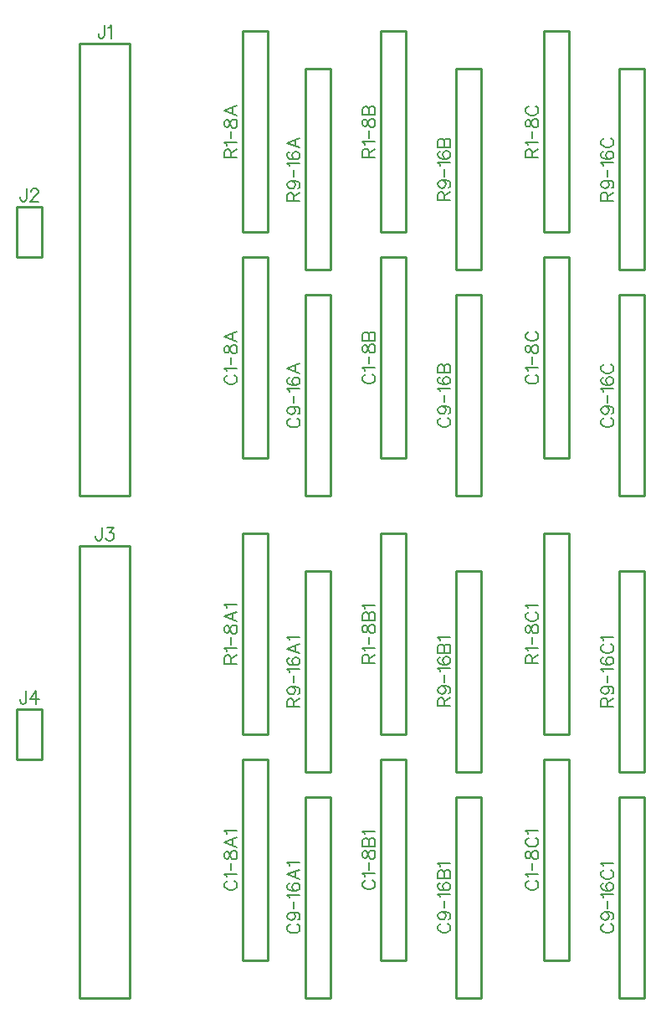
<source format=gbr>
G04 DipTrace 2.4.0.2*
%INTopSilk.gbr*%
%MOIN*%
%ADD10C,0.0098*%
%ADD26C,0.0077*%
%FSLAX44Y44*%
G04*
G70*
G90*
G75*
G01*
%LNTopSilk*%
%LPD*%
X6940Y32940D2*
D10*
X8940D1*
X6940Y50940D2*
X8940D1*
Y32940D1*
X6940Y50940D2*
Y32940D1*
X14440Y51440D2*
Y43440D1*
X13440Y51440D2*
X14440D1*
X13440D2*
Y43440D1*
X14440D1*
X19940Y51440D2*
Y43440D1*
X18940Y51440D2*
X19940D1*
X18940D2*
Y43440D1*
X19940D1*
X16940Y49940D2*
Y41940D1*
X15940Y49940D2*
X16940D1*
X15940D2*
Y41940D1*
X16940D1*
X22940Y49940D2*
Y41940D1*
X21940Y49940D2*
X22940D1*
X21940D2*
Y41940D1*
X22940D1*
X26440Y51440D2*
Y43440D1*
X25440Y51440D2*
X26440D1*
X25440D2*
Y43440D1*
X26440D1*
X29440Y49940D2*
Y41940D1*
X28440Y49940D2*
X29440D1*
X28440D2*
Y41940D1*
X29440D1*
X14440Y42440D2*
Y34440D1*
X13440Y42440D2*
X14440D1*
X13440D2*
Y34440D1*
X14440D1*
X19940Y42440D2*
Y34440D1*
X18940Y42440D2*
X19940D1*
X18940D2*
Y34440D1*
X19940D1*
X16940Y40940D2*
Y32940D1*
X15940Y40940D2*
X16940D1*
X15940D2*
Y32940D1*
X16940D1*
X22940Y40940D2*
Y32940D1*
X21940Y40940D2*
X22940D1*
X21940D2*
Y32940D1*
X22940D1*
X26440Y42440D2*
Y34440D1*
X25440Y42440D2*
X26440D1*
X25440D2*
Y34440D1*
X26440D1*
X29440Y40940D2*
Y32940D1*
X28440Y40940D2*
X29440D1*
X28440D2*
Y32940D1*
X29440D1*
X5440Y44440D2*
X4440D1*
X5440Y42440D2*
Y44440D1*
Y42440D2*
X4440D1*
Y44440D1*
X6940Y12940D2*
X8940D1*
X6940Y30940D2*
X8940D1*
Y12940D1*
X6940Y30940D2*
Y12940D1*
X14440Y31440D2*
Y23440D1*
X13440Y31440D2*
X14440D1*
X13440D2*
Y23440D1*
X14440D1*
X19940Y31440D2*
Y23440D1*
X18940Y31440D2*
X19940D1*
X18940D2*
Y23440D1*
X19940D1*
X16940Y29940D2*
Y21940D1*
X15940Y29940D2*
X16940D1*
X15940D2*
Y21940D1*
X16940D1*
X22940Y29940D2*
Y21940D1*
X21940Y29940D2*
X22940D1*
X21940D2*
Y21940D1*
X22940D1*
X26440Y31440D2*
Y23440D1*
X25440Y31440D2*
X26440D1*
X25440D2*
Y23440D1*
X26440D1*
X29440Y29940D2*
Y21940D1*
X28440Y29940D2*
X29440D1*
X28440D2*
Y21940D1*
X29440D1*
X14440Y22440D2*
Y14440D1*
X13440Y22440D2*
X14440D1*
X13440D2*
Y14440D1*
X14440D1*
X19940Y22440D2*
Y14440D1*
X18940Y22440D2*
X19940D1*
X18940D2*
Y14440D1*
X19940D1*
X16940Y20940D2*
Y12940D1*
X15940Y20940D2*
X16940D1*
X15940D2*
Y12940D1*
X16940D1*
X22940Y20940D2*
Y12940D1*
X21940Y20940D2*
X22940D1*
X21940D2*
Y12940D1*
X22940D1*
X26440Y22440D2*
Y14440D1*
X25440Y22440D2*
X26440D1*
X25440D2*
Y14440D1*
X26440D1*
X29440Y20940D2*
Y12940D1*
X28440Y20940D2*
X29440D1*
X28440D2*
Y12940D1*
X29440D1*
X5440Y24440D2*
X4440D1*
X5440Y22440D2*
Y24440D1*
Y22440D2*
X4440D1*
Y24440D1*
X7923Y51672D2*
D26*
Y51290D1*
X7899Y51218D1*
X7875Y51194D1*
X7827Y51170D1*
X7779D1*
X7731Y51194D1*
X7708Y51218D1*
X7683Y51290D1*
Y51337D1*
X8077Y51576D2*
X8125Y51601D1*
X8197Y51672D1*
Y51170D1*
X12947Y46407D2*
Y46622D1*
X12923Y46694D1*
X12899Y46718D1*
X12852Y46742D1*
X12804D1*
X12756Y46718D1*
X12732Y46694D1*
X12708Y46622D1*
Y46407D1*
X13210D1*
X12947Y46575D2*
X13210Y46742D1*
X12804Y46896D2*
X12780Y46944D1*
X12708Y47016D1*
X13210D1*
X12959Y47171D2*
Y47447D1*
X12708Y47721D2*
X12732Y47650D1*
X12780Y47625D1*
X12828D1*
X12875Y47650D1*
X12900Y47697D1*
X12923Y47793D1*
X12947Y47865D1*
X12995Y47912D1*
X13043Y47936D1*
X13115D1*
X13162Y47912D1*
X13187Y47888D1*
X13210Y47816D1*
Y47721D1*
X13187Y47650D1*
X13162Y47625D1*
X13115Y47601D1*
X13043D1*
X12995Y47625D1*
X12947Y47673D1*
X12923Y47745D1*
X12900Y47840D1*
X12875Y47888D1*
X12828Y47912D1*
X12780D1*
X12732Y47888D1*
X12708Y47816D1*
Y47721D1*
X13210Y48473D2*
X12708Y48281D1*
X13210Y48090D1*
X13043Y48162D2*
Y48401D1*
X18447Y46431D2*
Y46646D1*
X18423Y46718D1*
X18399Y46742D1*
X18352Y46766D1*
X18304D1*
X18256Y46742D1*
X18232Y46718D1*
X18208Y46646D1*
Y46431D1*
X18710D1*
X18447Y46599D2*
X18710Y46766D1*
X18304Y46920D2*
X18280Y46969D1*
X18208Y47040D1*
X18710D1*
X18459Y47195D2*
Y47471D1*
X18208Y47745D2*
X18232Y47674D1*
X18280Y47649D1*
X18328D1*
X18375Y47674D1*
X18400Y47721D1*
X18423Y47817D1*
X18447Y47889D1*
X18495Y47936D1*
X18543Y47960D1*
X18615D1*
X18662Y47936D1*
X18687Y47912D1*
X18710Y47840D1*
Y47745D1*
X18687Y47674D1*
X18662Y47649D1*
X18615Y47626D1*
X18543D1*
X18495Y47649D1*
X18447Y47697D1*
X18423Y47769D1*
X18400Y47864D1*
X18375Y47912D1*
X18328Y47936D1*
X18280D1*
X18232Y47912D1*
X18208Y47840D1*
Y47745D1*
Y48114D2*
X18710D1*
Y48330D1*
X18686Y48402D1*
X18662Y48425D1*
X18615Y48449D1*
X18543D1*
X18495Y48425D1*
X18471Y48402D1*
X18447Y48330D1*
X18423Y48402D1*
X18399Y48425D1*
X18352Y48449D1*
X18304D1*
X18256Y48425D1*
X18232Y48402D1*
X18208Y48330D1*
Y48114D1*
X18447D2*
Y48330D1*
X15447Y44686D2*
Y44901D1*
X15423Y44973D1*
X15399Y44997D1*
X15352Y45021D1*
X15304D1*
X15256Y44997D1*
X15232Y44973D1*
X15208Y44901D1*
Y44686D1*
X15710D1*
X15447Y44854D2*
X15710Y45021D1*
X15375Y45487D2*
X15447Y45462D1*
X15495Y45415D1*
X15519Y45343D1*
Y45319D1*
X15495Y45247D1*
X15447Y45200D1*
X15375Y45175D1*
X15352D1*
X15280Y45200D1*
X15232Y45247D1*
X15208Y45319D1*
Y45343D1*
X15232Y45415D1*
X15280Y45462D1*
X15375Y45487D1*
X15495D1*
X15615Y45462D1*
X15687Y45415D1*
X15710Y45343D1*
Y45295D1*
X15687Y45224D1*
X15638Y45200D1*
X15459Y45641D2*
Y45917D1*
X15304Y46072D2*
X15280Y46120D1*
X15208Y46192D1*
X15710D1*
X15280Y46633D2*
X15232Y46609D1*
X15208Y46537D1*
Y46490D1*
X15232Y46418D1*
X15304Y46370D1*
X15423Y46346D1*
X15543D1*
X15638Y46370D1*
X15687Y46418D1*
X15710Y46490D1*
Y46514D1*
X15687Y46585D1*
X15638Y46633D1*
X15567Y46657D1*
X15543D1*
X15471Y46633D1*
X15423Y46585D1*
X15400Y46514D1*
Y46490D1*
X15423Y46418D1*
X15471Y46370D1*
X15543Y46346D1*
X15710Y47194D2*
X15208Y47002D1*
X15710Y46811D1*
X15543Y46883D2*
Y47122D1*
X21447Y44710D2*
Y44925D1*
X21423Y44997D1*
X21399Y45021D1*
X21352Y45045D1*
X21304D1*
X21256Y45021D1*
X21232Y44997D1*
X21208Y44925D1*
Y44710D1*
X21710D1*
X21447Y44878D2*
X21710Y45045D1*
X21375Y45511D2*
X21447Y45486D1*
X21495Y45439D1*
X21519Y45367D1*
Y45343D1*
X21495Y45271D1*
X21447Y45224D1*
X21375Y45200D1*
X21352D1*
X21280Y45224D1*
X21232Y45271D1*
X21208Y45343D1*
Y45367D1*
X21232Y45439D1*
X21280Y45486D1*
X21375Y45511D1*
X21495D1*
X21615Y45486D1*
X21687Y45439D1*
X21710Y45367D1*
Y45319D1*
X21687Y45248D1*
X21638Y45224D1*
X21459Y45665D2*
Y45941D1*
X21304Y46096D2*
X21280Y46144D1*
X21208Y46216D1*
X21710D1*
X21280Y46657D2*
X21232Y46633D1*
X21208Y46561D1*
Y46514D1*
X21232Y46442D1*
X21304Y46394D1*
X21423Y46370D1*
X21543D1*
X21638Y46394D1*
X21687Y46442D1*
X21710Y46514D1*
Y46538D1*
X21687Y46609D1*
X21638Y46657D1*
X21567Y46681D1*
X21543D1*
X21471Y46657D1*
X21423Y46609D1*
X21400Y46538D1*
Y46514D1*
X21423Y46442D1*
X21471Y46394D1*
X21543Y46370D1*
X21208Y46835D2*
X21710D1*
Y47051D1*
X21686Y47123D1*
X21662Y47146D1*
X21615Y47170D1*
X21543D1*
X21495Y47146D1*
X21471Y47123D1*
X21447Y47051D1*
X21423Y47123D1*
X21399Y47146D1*
X21352Y47170D1*
X21304D1*
X21256Y47146D1*
X21232Y47123D1*
X21208Y47051D1*
Y46835D1*
X21447D2*
Y47051D1*
X24947Y46419D2*
Y46634D1*
X24923Y46706D1*
X24899Y46730D1*
X24852Y46754D1*
X24804D1*
X24756Y46730D1*
X24732Y46706D1*
X24708Y46634D1*
Y46419D1*
X25210D1*
X24947Y46587D2*
X25210Y46754D1*
X24804Y46909D2*
X24780Y46957D1*
X24708Y47028D1*
X25210D1*
X24959Y47183D2*
Y47459D1*
X24708Y47733D2*
X24732Y47662D1*
X24780Y47637D1*
X24828D1*
X24875Y47662D1*
X24900Y47709D1*
X24923Y47805D1*
X24947Y47877D1*
X24995Y47924D1*
X25043Y47948D1*
X25115D1*
X25162Y47924D1*
X25187Y47900D1*
X25210Y47829D1*
Y47733D1*
X25187Y47662D1*
X25162Y47637D1*
X25115Y47614D1*
X25043D1*
X24995Y47637D1*
X24947Y47685D1*
X24923Y47757D1*
X24900Y47852D1*
X24875Y47900D1*
X24828Y47924D1*
X24780D1*
X24732Y47900D1*
X24708Y47829D1*
Y47733D1*
X24827Y48461D2*
X24780Y48437D1*
X24732Y48389D1*
X24708Y48342D1*
Y48246D1*
X24732Y48198D1*
X24780Y48150D1*
X24827Y48126D1*
X24899Y48102D1*
X25019D1*
X25090Y48126D1*
X25138Y48150D1*
X25186Y48198D1*
X25210Y48246D1*
Y48342D1*
X25186Y48389D1*
X25138Y48437D1*
X25090Y48461D1*
X27947Y44698D2*
Y44913D1*
X27923Y44985D1*
X27899Y45009D1*
X27852Y45033D1*
X27804D1*
X27756Y45009D1*
X27732Y44985D1*
X27708Y44913D1*
Y44698D1*
X28210D1*
X27947Y44866D2*
X28210Y45033D1*
X27875Y45499D2*
X27947Y45475D1*
X27995Y45427D1*
X28019Y45355D1*
Y45331D1*
X27995Y45260D1*
X27947Y45212D1*
X27875Y45188D1*
X27852D1*
X27780Y45212D1*
X27732Y45260D1*
X27708Y45331D1*
Y45355D1*
X27732Y45427D1*
X27780Y45475D1*
X27875Y45499D1*
X27995D1*
X28115Y45475D1*
X28187Y45427D1*
X28210Y45355D1*
Y45308D1*
X28187Y45236D1*
X28138Y45212D1*
X27959Y45653D2*
Y45930D1*
X27804Y46084D2*
X27780Y46132D1*
X27708Y46204D1*
X28210D1*
X27780Y46645D2*
X27732Y46621D1*
X27708Y46550D1*
Y46502D1*
X27732Y46430D1*
X27804Y46382D1*
X27923Y46358D1*
X28043D1*
X28138Y46382D1*
X28187Y46430D1*
X28210Y46502D1*
Y46526D1*
X28187Y46597D1*
X28138Y46645D1*
X28067Y46669D1*
X28043D1*
X27971Y46645D1*
X27923Y46597D1*
X27900Y46526D1*
Y46502D1*
X27923Y46430D1*
X27971Y46382D1*
X28043Y46358D1*
X27827Y47182D2*
X27780Y47158D1*
X27732Y47110D1*
X27708Y47063D1*
Y46967D1*
X27732Y46919D1*
X27780Y46871D1*
X27827Y46847D1*
X27899Y46823D1*
X28019D1*
X28090Y46847D1*
X28138Y46871D1*
X28186Y46919D1*
X28210Y46967D1*
Y47063D1*
X28186Y47110D1*
X28138Y47158D1*
X28090Y47182D1*
X12827Y37754D2*
X12780Y37730D1*
X12732Y37682D1*
X12708Y37635D1*
Y37539D1*
X12732Y37491D1*
X12780Y37443D1*
X12827Y37419D1*
X12899Y37395D1*
X13019D1*
X13090Y37419D1*
X13138Y37443D1*
X13186Y37491D1*
X13210Y37539D1*
Y37634D1*
X13186Y37682D1*
X13138Y37730D1*
X13090Y37754D1*
X12804Y37908D2*
X12780Y37956D1*
X12708Y38028D1*
X13210D1*
X12959Y38183D2*
Y38459D1*
X12708Y38733D2*
X12732Y38661D1*
X12780Y38637D1*
X12828D1*
X12875Y38661D1*
X12900Y38709D1*
X12923Y38805D1*
X12947Y38876D1*
X12995Y38924D1*
X13043Y38948D1*
X13115D1*
X13162Y38924D1*
X13187Y38900D1*
X13210Y38828D1*
Y38733D1*
X13187Y38661D1*
X13162Y38637D1*
X13115Y38613D1*
X13043D1*
X12995Y38637D1*
X12947Y38685D1*
X12923Y38756D1*
X12900Y38852D1*
X12875Y38900D1*
X12828Y38924D1*
X12780D1*
X12732Y38900D1*
X12708Y38828D1*
Y38733D1*
X13210Y39485D2*
X12708Y39293D1*
X13210Y39102D1*
X13043Y39174D2*
Y39413D1*
X18327Y37778D2*
X18280Y37754D1*
X18232Y37706D1*
X18208Y37659D1*
Y37563D1*
X18232Y37515D1*
X18280Y37467D1*
X18327Y37443D1*
X18399Y37419D1*
X18519D1*
X18590Y37443D1*
X18638Y37467D1*
X18686Y37515D1*
X18710Y37563D1*
Y37659D1*
X18686Y37706D1*
X18638Y37754D1*
X18590Y37778D1*
X18304Y37932D2*
X18280Y37980D1*
X18208Y38052D1*
X18710D1*
X18459Y38207D2*
Y38483D1*
X18208Y38757D2*
X18232Y38685D1*
X18280Y38661D1*
X18328D1*
X18375Y38685D1*
X18400Y38733D1*
X18423Y38829D1*
X18447Y38900D1*
X18495Y38948D1*
X18543Y38972D1*
X18615D1*
X18662Y38948D1*
X18687Y38924D1*
X18710Y38852D1*
Y38757D1*
X18687Y38685D1*
X18662Y38661D1*
X18615Y38637D1*
X18543D1*
X18495Y38661D1*
X18447Y38709D1*
X18423Y38781D1*
X18400Y38876D1*
X18375Y38924D1*
X18328Y38948D1*
X18280D1*
X18232Y38924D1*
X18208Y38852D1*
Y38757D1*
Y39126D2*
X18710D1*
Y39342D1*
X18686Y39414D1*
X18662Y39437D1*
X18615Y39461D1*
X18543D1*
X18495Y39437D1*
X18471Y39414D1*
X18447Y39342D1*
X18423Y39414D1*
X18399Y39437D1*
X18352Y39461D1*
X18304D1*
X18256Y39437D1*
X18232Y39414D1*
X18208Y39342D1*
Y39126D1*
X18447D2*
Y39342D1*
X15327Y36033D2*
X15280Y36009D1*
X15232Y35961D1*
X15208Y35914D1*
Y35818D1*
X15232Y35770D1*
X15280Y35722D1*
X15327Y35698D1*
X15399Y35674D1*
X15519D1*
X15590Y35698D1*
X15638Y35722D1*
X15686Y35770D1*
X15710Y35818D1*
Y35914D1*
X15686Y35961D1*
X15638Y36009D1*
X15590Y36033D1*
X15375Y36499D2*
X15447Y36474D1*
X15495Y36427D1*
X15519Y36355D1*
Y36331D1*
X15495Y36259D1*
X15447Y36212D1*
X15375Y36187D1*
X15352D1*
X15280Y36212D1*
X15232Y36259D1*
X15208Y36331D1*
Y36355D1*
X15232Y36427D1*
X15280Y36474D1*
X15375Y36499D1*
X15495D1*
X15615Y36474D1*
X15687Y36427D1*
X15710Y36355D1*
Y36307D1*
X15687Y36235D1*
X15638Y36212D1*
X15459Y36653D2*
Y36929D1*
X15304Y37084D2*
X15280Y37132D1*
X15208Y37204D1*
X15710D1*
X15280Y37645D2*
X15232Y37621D1*
X15208Y37549D1*
Y37502D1*
X15232Y37430D1*
X15304Y37382D1*
X15423Y37358D1*
X15543D1*
X15638Y37382D1*
X15687Y37430D1*
X15710Y37502D1*
Y37525D1*
X15687Y37597D1*
X15638Y37645D1*
X15567Y37669D1*
X15543D1*
X15471Y37645D1*
X15423Y37597D1*
X15400Y37525D1*
Y37502D1*
X15423Y37430D1*
X15471Y37382D1*
X15543Y37358D1*
X15710Y38206D2*
X15208Y38014D1*
X15710Y37823D1*
X15543Y37895D2*
Y38134D1*
X21327Y36057D2*
X21280Y36033D1*
X21232Y35985D1*
X21208Y35938D1*
Y35842D1*
X21232Y35794D1*
X21280Y35746D1*
X21327Y35722D1*
X21399Y35698D1*
X21519D1*
X21590Y35722D1*
X21638Y35746D1*
X21686Y35794D1*
X21710Y35842D1*
Y35938D1*
X21686Y35985D1*
X21638Y36033D1*
X21590Y36057D1*
X21375Y36523D2*
X21447Y36498D1*
X21495Y36451D1*
X21519Y36379D1*
Y36355D1*
X21495Y36283D1*
X21447Y36236D1*
X21375Y36211D1*
X21352D1*
X21280Y36236D1*
X21232Y36283D1*
X21208Y36355D1*
Y36379D1*
X21232Y36451D1*
X21280Y36498D1*
X21375Y36523D1*
X21495D1*
X21615Y36498D1*
X21687Y36451D1*
X21710Y36379D1*
Y36331D1*
X21687Y36260D1*
X21638Y36236D1*
X21459Y36677D2*
Y36953D1*
X21304Y37108D2*
X21280Y37156D1*
X21208Y37228D1*
X21710D1*
X21280Y37669D2*
X21232Y37645D1*
X21208Y37573D1*
Y37526D1*
X21232Y37454D1*
X21304Y37406D1*
X21423Y37382D1*
X21543D1*
X21638Y37406D1*
X21687Y37454D1*
X21710Y37526D1*
Y37550D1*
X21687Y37621D1*
X21638Y37669D1*
X21567Y37693D1*
X21543D1*
X21471Y37669D1*
X21423Y37621D1*
X21400Y37550D1*
Y37526D1*
X21423Y37454D1*
X21471Y37406D1*
X21543Y37382D1*
X21208Y37847D2*
X21710D1*
Y38063D1*
X21686Y38134D1*
X21662Y38158D1*
X21615Y38182D1*
X21543D1*
X21495Y38158D1*
X21471Y38134D1*
X21447Y38063D1*
X21423Y38134D1*
X21399Y38158D1*
X21352Y38182D1*
X21304D1*
X21256Y38158D1*
X21232Y38134D1*
X21208Y38063D1*
Y37847D1*
X21447D2*
Y38063D1*
X24827Y37766D2*
X24780Y37742D1*
X24732Y37694D1*
X24708Y37647D1*
Y37551D1*
X24732Y37503D1*
X24780Y37455D1*
X24827Y37431D1*
X24899Y37407D1*
X25019D1*
X25090Y37431D1*
X25138Y37455D1*
X25186Y37503D1*
X25210Y37551D1*
Y37647D1*
X25186Y37694D1*
X25138Y37742D1*
X25090Y37766D1*
X24804Y37920D2*
X24780Y37969D1*
X24708Y38040D1*
X25210D1*
X24959Y38195D2*
Y38471D1*
X24708Y38745D2*
X24732Y38674D1*
X24780Y38649D1*
X24828D1*
X24875Y38674D1*
X24900Y38721D1*
X24923Y38817D1*
X24947Y38889D1*
X24995Y38936D1*
X25043Y38960D1*
X25115D1*
X25162Y38936D1*
X25187Y38912D1*
X25210Y38840D1*
Y38745D1*
X25187Y38674D1*
X25162Y38649D1*
X25115Y38626D1*
X25043D1*
X24995Y38649D1*
X24947Y38697D1*
X24923Y38769D1*
X24900Y38864D1*
X24875Y38912D1*
X24828Y38936D1*
X24780D1*
X24732Y38912D1*
X24708Y38840D1*
Y38745D1*
X24827Y39473D2*
X24780Y39449D1*
X24732Y39401D1*
X24708Y39354D1*
Y39258D1*
X24732Y39210D1*
X24780Y39162D1*
X24827Y39138D1*
X24899Y39114D1*
X25019D1*
X25090Y39138D1*
X25138Y39162D1*
X25186Y39210D1*
X25210Y39258D1*
Y39354D1*
X25186Y39401D1*
X25138Y39449D1*
X25090Y39473D1*
X27827Y36045D2*
X27780Y36021D1*
X27732Y35973D1*
X27708Y35926D1*
Y35830D1*
X27732Y35782D1*
X27780Y35735D1*
X27827Y35710D1*
X27899Y35686D1*
X28019D1*
X28090Y35710D1*
X28138Y35735D1*
X28186Y35782D1*
X28210Y35830D1*
Y35926D1*
X28186Y35973D1*
X28138Y36021D1*
X28090Y36045D1*
X27875Y36511D2*
X27947Y36486D1*
X27995Y36439D1*
X28019Y36367D1*
Y36343D1*
X27995Y36271D1*
X27947Y36224D1*
X27875Y36200D1*
X27852D1*
X27780Y36224D1*
X27732Y36271D1*
X27708Y36343D1*
Y36367D1*
X27732Y36439D1*
X27780Y36486D1*
X27875Y36511D1*
X27995D1*
X28115Y36486D1*
X28187Y36439D1*
X28210Y36367D1*
Y36319D1*
X28187Y36248D1*
X28138Y36224D1*
X27959Y36665D2*
Y36941D1*
X27804Y37096D2*
X27780Y37144D1*
X27708Y37216D1*
X28210D1*
X27780Y37657D2*
X27732Y37633D1*
X27708Y37561D1*
Y37514D1*
X27732Y37442D1*
X27804Y37394D1*
X27923Y37370D1*
X28043D1*
X28138Y37394D1*
X28187Y37442D1*
X28210Y37514D1*
Y37538D1*
X28187Y37609D1*
X28138Y37657D1*
X28067Y37681D1*
X28043D1*
X27971Y37657D1*
X27923Y37609D1*
X27900Y37538D1*
Y37514D1*
X27923Y37442D1*
X27971Y37394D1*
X28043Y37370D1*
X27827Y38194D2*
X27780Y38170D1*
X27732Y38122D1*
X27708Y38074D1*
Y37979D1*
X27732Y37931D1*
X27780Y37883D1*
X27827Y37859D1*
X27899Y37835D1*
X28019D1*
X28090Y37859D1*
X28138Y37883D1*
X28186Y37931D1*
X28210Y37979D1*
Y38074D1*
X28186Y38122D1*
X28138Y38170D1*
X28090Y38194D1*
X4815Y45172D2*
Y44790D1*
X4791Y44718D1*
X4767Y44694D1*
X4720Y44670D1*
X4671D1*
X4624Y44694D1*
X4600Y44718D1*
X4576Y44790D1*
Y44837D1*
X4994Y45052D2*
Y45076D1*
X5018Y45124D1*
X5041Y45148D1*
X5089Y45172D1*
X5185D1*
X5233Y45148D1*
X5256Y45124D1*
X5281Y45076D1*
Y45029D1*
X5256Y44981D1*
X5209Y44909D1*
X4970Y44670D1*
X5304D1*
X7815Y31672D2*
Y31290D1*
X7791Y31218D1*
X7767Y31194D1*
X7720Y31170D1*
X7671D1*
X7624Y31194D1*
X7600Y31218D1*
X7576Y31290D1*
Y31337D1*
X8018Y31672D2*
X8280D1*
X8137Y31481D1*
X8209D1*
X8256Y31457D1*
X8280Y31433D1*
X8304Y31361D1*
Y31314D1*
X8280Y31242D1*
X8233Y31194D1*
X8161Y31170D1*
X8089D1*
X8018Y31194D1*
X7994Y31218D1*
X7970Y31266D1*
X12947Y26270D2*
Y26485D1*
X12923Y26557D1*
X12899Y26581D1*
X12852Y26605D1*
X12804D1*
X12756Y26581D1*
X12732Y26557D1*
X12708Y26485D1*
Y26270D1*
X13210D1*
X12947Y26437D2*
X13210Y26605D1*
X12804Y26759D2*
X12780Y26807D1*
X12708Y26879D1*
X13210D1*
X12959Y27034D2*
Y27310D1*
X12708Y27584D2*
X12732Y27512D1*
X12780Y27488D1*
X12828D1*
X12875Y27512D1*
X12900Y27560D1*
X12923Y27656D1*
X12947Y27727D1*
X12995Y27775D1*
X13043Y27799D1*
X13115D1*
X13162Y27775D1*
X13187Y27751D1*
X13210Y27679D1*
Y27584D1*
X13187Y27512D1*
X13162Y27488D1*
X13115Y27464D1*
X13043D1*
X12995Y27488D1*
X12947Y27536D1*
X12923Y27607D1*
X12900Y27703D1*
X12875Y27751D1*
X12828Y27775D1*
X12780D1*
X12732Y27751D1*
X12708Y27679D1*
Y27584D1*
X13210Y28336D2*
X12708Y28144D1*
X13210Y27953D1*
X13043Y28025D2*
Y28264D1*
X12804Y28490D2*
X12780Y28539D1*
X12708Y28610D1*
X13210D1*
X18447Y26294D2*
Y26509D1*
X18423Y26581D1*
X18399Y26605D1*
X18352Y26629D1*
X18304D1*
X18256Y26605D1*
X18232Y26581D1*
X18208Y26509D1*
Y26294D1*
X18710D1*
X18447Y26461D2*
X18710Y26629D1*
X18304Y26783D2*
X18280Y26831D1*
X18208Y26903D1*
X18710D1*
X18459Y27058D2*
Y27334D1*
X18208Y27608D2*
X18232Y27536D1*
X18280Y27512D1*
X18328D1*
X18375Y27536D1*
X18400Y27584D1*
X18423Y27680D1*
X18447Y27751D1*
X18495Y27799D1*
X18543Y27823D1*
X18615D1*
X18662Y27799D1*
X18687Y27775D1*
X18710Y27703D1*
Y27608D1*
X18687Y27536D1*
X18662Y27512D1*
X18615Y27488D1*
X18543D1*
X18495Y27512D1*
X18447Y27560D1*
X18423Y27631D1*
X18400Y27727D1*
X18375Y27775D1*
X18328Y27799D1*
X18280D1*
X18232Y27775D1*
X18208Y27703D1*
Y27608D1*
Y27977D2*
X18710D1*
Y28193D1*
X18686Y28265D1*
X18662Y28288D1*
X18615Y28312D1*
X18543D1*
X18495Y28288D1*
X18471Y28265D1*
X18447Y28193D1*
X18423Y28265D1*
X18399Y28288D1*
X18352Y28312D1*
X18304D1*
X18256Y28288D1*
X18232Y28265D1*
X18208Y28193D1*
Y27977D1*
X18447D2*
Y28193D1*
X18304Y28466D2*
X18280Y28515D1*
X18208Y28586D1*
X18710D1*
X15447Y24549D2*
Y24764D1*
X15423Y24836D1*
X15399Y24860D1*
X15352Y24884D1*
X15304D1*
X15256Y24860D1*
X15232Y24836D1*
X15208Y24764D1*
Y24549D1*
X15710D1*
X15447Y24716D2*
X15710Y24884D1*
X15375Y25349D2*
X15447Y25325D1*
X15495Y25278D1*
X15519Y25206D1*
Y25182D1*
X15495Y25110D1*
X15447Y25063D1*
X15375Y25038D1*
X15352D1*
X15280Y25063D1*
X15232Y25110D1*
X15208Y25182D1*
Y25206D1*
X15232Y25278D1*
X15280Y25325D1*
X15375Y25349D1*
X15495D1*
X15615Y25325D1*
X15687Y25278D1*
X15710Y25206D1*
Y25158D1*
X15687Y25086D1*
X15638Y25063D1*
X15459Y25504D2*
Y25780D1*
X15304Y25935D2*
X15280Y25983D1*
X15208Y26055D1*
X15710D1*
X15280Y26496D2*
X15232Y26472D1*
X15208Y26400D1*
Y26353D1*
X15232Y26281D1*
X15304Y26233D1*
X15423Y26209D1*
X15543D1*
X15638Y26233D1*
X15687Y26281D1*
X15710Y26353D1*
Y26376D1*
X15687Y26448D1*
X15638Y26496D1*
X15567Y26520D1*
X15543D1*
X15471Y26496D1*
X15423Y26448D1*
X15400Y26376D1*
Y26353D1*
X15423Y26281D1*
X15471Y26233D1*
X15543Y26209D1*
X15710Y27057D2*
X15208Y26865D1*
X15710Y26674D1*
X15543Y26746D2*
Y26985D1*
X15304Y27211D2*
X15280Y27259D1*
X15208Y27331D1*
X15710D1*
X21447Y24573D2*
Y24788D1*
X21423Y24860D1*
X21399Y24884D1*
X21352Y24908D1*
X21304D1*
X21256Y24884D1*
X21232Y24860D1*
X21208Y24788D1*
Y24573D1*
X21710D1*
X21447Y24741D2*
X21710Y24908D1*
X21375Y25374D2*
X21447Y25349D1*
X21495Y25302D1*
X21519Y25230D1*
Y25206D1*
X21495Y25134D1*
X21447Y25087D1*
X21375Y25062D1*
X21352D1*
X21280Y25087D1*
X21232Y25134D1*
X21208Y25206D1*
Y25230D1*
X21232Y25302D1*
X21280Y25349D1*
X21375Y25374D1*
X21495D1*
X21615Y25349D1*
X21687Y25302D1*
X21710Y25230D1*
Y25182D1*
X21687Y25110D1*
X21638Y25087D1*
X21459Y25528D2*
Y25804D1*
X21304Y25959D2*
X21280Y26007D1*
X21208Y26079D1*
X21710D1*
X21280Y26520D2*
X21232Y26496D1*
X21208Y26424D1*
Y26377D1*
X21232Y26305D1*
X21304Y26257D1*
X21423Y26233D1*
X21543D1*
X21638Y26257D1*
X21687Y26305D1*
X21710Y26377D1*
Y26400D1*
X21687Y26472D1*
X21638Y26520D1*
X21567Y26544D1*
X21543D1*
X21471Y26520D1*
X21423Y26472D1*
X21400Y26400D1*
Y26377D1*
X21423Y26305D1*
X21471Y26257D1*
X21543Y26233D1*
X21208Y26698D2*
X21710D1*
Y26914D1*
X21686Y26985D1*
X21662Y27009D1*
X21615Y27033D1*
X21543D1*
X21495Y27009D1*
X21471Y26985D1*
X21447Y26914D1*
X21423Y26985D1*
X21399Y27009D1*
X21352Y27033D1*
X21304D1*
X21256Y27009D1*
X21232Y26985D1*
X21208Y26914D1*
Y26698D1*
X21447D2*
Y26914D1*
X21304Y27187D2*
X21280Y27235D1*
X21208Y27307D1*
X21710D1*
X24947Y26282D2*
Y26497D1*
X24923Y26569D1*
X24899Y26593D1*
X24852Y26617D1*
X24804D1*
X24756Y26593D1*
X24732Y26569D1*
X24708Y26497D1*
Y26282D1*
X25210D1*
X24947Y26450D2*
X25210Y26617D1*
X24804Y26771D2*
X24780Y26819D1*
X24708Y26891D1*
X25210D1*
X24959Y27046D2*
Y27322D1*
X24708Y27596D2*
X24732Y27525D1*
X24780Y27500D1*
X24828D1*
X24875Y27525D1*
X24900Y27572D1*
X24923Y27668D1*
X24947Y27740D1*
X24995Y27787D1*
X25043Y27811D1*
X25115D1*
X25162Y27787D1*
X25187Y27763D1*
X25210Y27691D1*
Y27596D1*
X25187Y27525D1*
X25162Y27500D1*
X25115Y27476D1*
X25043D1*
X24995Y27500D1*
X24947Y27548D1*
X24923Y27620D1*
X24900Y27715D1*
X24875Y27763D1*
X24828Y27787D1*
X24780D1*
X24732Y27763D1*
X24708Y27691D1*
Y27596D1*
X24827Y28324D2*
X24780Y28300D1*
X24732Y28252D1*
X24708Y28205D1*
Y28109D1*
X24732Y28061D1*
X24780Y28013D1*
X24827Y27989D1*
X24899Y27965D1*
X25019D1*
X25090Y27989D1*
X25138Y28013D1*
X25186Y28061D1*
X25210Y28109D1*
Y28205D1*
X25186Y28252D1*
X25138Y28300D1*
X25090Y28324D1*
X24804Y28478D2*
X24780Y28526D1*
X24708Y28598D1*
X25210D1*
X27947Y24561D2*
Y24776D1*
X27923Y24848D1*
X27899Y24872D1*
X27852Y24896D1*
X27804D1*
X27756Y24872D1*
X27732Y24848D1*
X27708Y24776D1*
Y24561D1*
X28210D1*
X27947Y24729D2*
X28210Y24896D1*
X27875Y25362D2*
X27947Y25337D1*
X27995Y25290D1*
X28019Y25218D1*
Y25194D1*
X27995Y25122D1*
X27947Y25075D1*
X27875Y25050D1*
X27852D1*
X27780Y25075D1*
X27732Y25122D1*
X27708Y25194D1*
Y25218D1*
X27732Y25290D1*
X27780Y25337D1*
X27875Y25362D1*
X27995D1*
X28115Y25337D1*
X28187Y25290D1*
X28210Y25218D1*
Y25170D1*
X28187Y25099D1*
X28138Y25075D1*
X27959Y25516D2*
Y25792D1*
X27804Y25947D2*
X27780Y25995D1*
X27708Y26067D1*
X28210D1*
X27780Y26508D2*
X27732Y26484D1*
X27708Y26412D1*
Y26365D1*
X27732Y26293D1*
X27804Y26245D1*
X27923Y26221D1*
X28043D1*
X28138Y26245D1*
X28187Y26293D1*
X28210Y26365D1*
Y26389D1*
X28187Y26460D1*
X28138Y26508D1*
X28067Y26532D1*
X28043D1*
X27971Y26508D1*
X27923Y26460D1*
X27900Y26389D1*
Y26365D1*
X27923Y26293D1*
X27971Y26245D1*
X28043Y26221D1*
X27827Y27045D2*
X27780Y27021D1*
X27732Y26973D1*
X27708Y26925D1*
Y26830D1*
X27732Y26782D1*
X27780Y26734D1*
X27827Y26710D1*
X27899Y26686D1*
X28019D1*
X28090Y26710D1*
X28138Y26734D1*
X28186Y26782D1*
X28210Y26830D1*
Y26925D1*
X28186Y26973D1*
X28138Y27021D1*
X28090Y27045D1*
X27804Y27199D2*
X27780Y27247D1*
X27708Y27319D1*
X28210D1*
X12827Y17617D2*
X12780Y17593D1*
X12732Y17545D1*
X12708Y17497D1*
Y17402D1*
X12732Y17354D1*
X12780Y17306D1*
X12827Y17282D1*
X12899Y17258D1*
X13019D1*
X13090Y17282D1*
X13138Y17306D1*
X13186Y17354D1*
X13210Y17402D1*
Y17497D1*
X13186Y17545D1*
X13138Y17593D1*
X13090Y17617D1*
X12804Y17771D2*
X12780Y17819D1*
X12708Y17891D1*
X13210D1*
X12959Y18045D2*
Y18322D1*
X12708Y18596D2*
X12732Y18524D1*
X12780Y18500D1*
X12828D1*
X12875Y18524D1*
X12900Y18572D1*
X12923Y18667D1*
X12947Y18739D1*
X12995Y18787D1*
X13043Y18811D1*
X13115D1*
X13162Y18787D1*
X13187Y18763D1*
X13210Y18691D1*
Y18596D1*
X13187Y18524D1*
X13162Y18500D1*
X13115Y18476D1*
X13043D1*
X12995Y18500D1*
X12947Y18548D1*
X12923Y18619D1*
X12900Y18715D1*
X12875Y18763D1*
X12828Y18787D1*
X12780D1*
X12732Y18763D1*
X12708Y18691D1*
Y18596D1*
X13210Y19348D2*
X12708Y19156D1*
X13210Y18965D1*
X13043Y19037D2*
Y19276D1*
X12804Y19502D2*
X12780Y19550D1*
X12708Y19622D1*
X13210D1*
X18327Y17641D2*
X18280Y17617D1*
X18232Y17569D1*
X18208Y17521D1*
Y17426D1*
X18232Y17378D1*
X18280Y17330D1*
X18327Y17306D1*
X18399Y17282D1*
X18519D1*
X18590Y17306D1*
X18638Y17330D1*
X18686Y17378D1*
X18710Y17426D1*
Y17521D1*
X18686Y17569D1*
X18638Y17617D1*
X18590Y17641D1*
X18304Y17795D2*
X18280Y17843D1*
X18208Y17915D1*
X18710D1*
X18459Y18069D2*
Y18346D1*
X18208Y18620D2*
X18232Y18548D1*
X18280Y18524D1*
X18328D1*
X18375Y18548D1*
X18400Y18596D1*
X18423Y18691D1*
X18447Y18763D1*
X18495Y18811D1*
X18543Y18835D1*
X18615D1*
X18662Y18811D1*
X18687Y18787D1*
X18710Y18715D1*
Y18620D1*
X18687Y18548D1*
X18662Y18524D1*
X18615Y18500D1*
X18543D1*
X18495Y18524D1*
X18447Y18572D1*
X18423Y18643D1*
X18400Y18739D1*
X18375Y18787D1*
X18328Y18811D1*
X18280D1*
X18232Y18787D1*
X18208Y18715D1*
Y18620D1*
Y18989D2*
X18710D1*
Y19205D1*
X18686Y19276D1*
X18662Y19300D1*
X18615Y19324D1*
X18543D1*
X18495Y19300D1*
X18471Y19276D1*
X18447Y19205D1*
X18423Y19276D1*
X18399Y19300D1*
X18352Y19324D1*
X18304D1*
X18256Y19300D1*
X18232Y19276D1*
X18208Y19205D1*
Y18989D1*
X18447D2*
Y19205D1*
X18304Y19478D2*
X18280Y19526D1*
X18208Y19598D1*
X18710D1*
X15327Y15896D2*
X15280Y15872D1*
X15232Y15824D1*
X15208Y15776D1*
Y15681D1*
X15232Y15633D1*
X15280Y15585D1*
X15327Y15561D1*
X15399Y15537D1*
X15519D1*
X15590Y15561D1*
X15638Y15585D1*
X15686Y15633D1*
X15710Y15681D1*
Y15776D1*
X15686Y15824D1*
X15638Y15872D1*
X15590Y15896D1*
X15375Y16361D2*
X15447Y16337D1*
X15495Y16290D1*
X15519Y16218D1*
Y16194D1*
X15495Y16122D1*
X15447Y16075D1*
X15375Y16050D1*
X15352D1*
X15280Y16075D1*
X15232Y16122D1*
X15208Y16194D1*
Y16218D1*
X15232Y16290D1*
X15280Y16337D1*
X15375Y16361D1*
X15495D1*
X15615Y16337D1*
X15687Y16290D1*
X15710Y16218D1*
Y16170D1*
X15687Y16098D1*
X15638Y16075D1*
X15459Y16516D2*
Y16792D1*
X15304Y16947D2*
X15280Y16995D1*
X15208Y17066D1*
X15710D1*
X15280Y17508D2*
X15232Y17484D1*
X15208Y17412D1*
Y17365D1*
X15232Y17293D1*
X15304Y17245D1*
X15423Y17221D1*
X15543D1*
X15638Y17245D1*
X15687Y17293D1*
X15710Y17365D1*
Y17388D1*
X15687Y17460D1*
X15638Y17508D1*
X15567Y17531D1*
X15543D1*
X15471Y17508D1*
X15423Y17460D1*
X15400Y17388D1*
Y17365D1*
X15423Y17293D1*
X15471Y17245D1*
X15543Y17221D1*
X15710Y18069D2*
X15208Y17877D1*
X15710Y17686D1*
X15543Y17758D2*
Y17997D1*
X15304Y18223D2*
X15280Y18271D1*
X15208Y18343D1*
X15710D1*
X21327Y15920D2*
X21280Y15896D1*
X21232Y15848D1*
X21208Y15800D1*
Y15705D1*
X21232Y15657D1*
X21280Y15609D1*
X21327Y15585D1*
X21399Y15561D1*
X21519D1*
X21590Y15585D1*
X21638Y15609D1*
X21686Y15657D1*
X21710Y15705D1*
Y15800D1*
X21686Y15848D1*
X21638Y15896D1*
X21590Y15920D1*
X21375Y16385D2*
X21447Y16361D1*
X21495Y16314D1*
X21519Y16242D1*
Y16218D1*
X21495Y16146D1*
X21447Y16099D1*
X21375Y16074D1*
X21352D1*
X21280Y16099D1*
X21232Y16146D1*
X21208Y16218D1*
Y16242D1*
X21232Y16314D1*
X21280Y16361D1*
X21375Y16385D1*
X21495D1*
X21615Y16361D1*
X21687Y16314D1*
X21710Y16242D1*
Y16194D1*
X21687Y16122D1*
X21638Y16099D1*
X21459Y16540D2*
Y16816D1*
X21304Y16971D2*
X21280Y17019D1*
X21208Y17090D1*
X21710D1*
X21280Y17532D2*
X21232Y17508D1*
X21208Y17436D1*
Y17389D1*
X21232Y17317D1*
X21304Y17269D1*
X21423Y17245D1*
X21543D1*
X21638Y17269D1*
X21687Y17317D1*
X21710Y17389D1*
Y17412D1*
X21687Y17484D1*
X21638Y17532D1*
X21567Y17555D1*
X21543D1*
X21471Y17532D1*
X21423Y17484D1*
X21400Y17412D1*
Y17389D1*
X21423Y17317D1*
X21471Y17269D1*
X21543Y17245D1*
X21208Y17710D2*
X21710D1*
Y17925D1*
X21686Y17997D1*
X21662Y18021D1*
X21615Y18045D1*
X21543D1*
X21495Y18021D1*
X21471Y17997D1*
X21447Y17925D1*
X21423Y17997D1*
X21399Y18021D1*
X21352Y18045D1*
X21304D1*
X21256Y18021D1*
X21232Y17997D1*
X21208Y17925D1*
Y17710D1*
X21447D2*
Y17925D1*
X21304Y18199D2*
X21280Y18247D1*
X21208Y18319D1*
X21710D1*
X24827Y17629D2*
X24780Y17605D1*
X24732Y17557D1*
X24708Y17509D1*
Y17414D1*
X24732Y17366D1*
X24780Y17318D1*
X24827Y17294D1*
X24899Y17270D1*
X25019D1*
X25090Y17294D1*
X25138Y17318D1*
X25186Y17366D1*
X25210Y17414D1*
Y17509D1*
X25186Y17557D1*
X25138Y17605D1*
X25090Y17629D1*
X24804Y17783D2*
X24780Y17831D1*
X24708Y17903D1*
X25210D1*
X24959Y18058D2*
Y18334D1*
X24708Y18608D2*
X24732Y18536D1*
X24780Y18512D1*
X24828D1*
X24875Y18536D1*
X24900Y18584D1*
X24923Y18680D1*
X24947Y18751D1*
X24995Y18799D1*
X25043Y18823D1*
X25115D1*
X25162Y18799D1*
X25187Y18775D1*
X25210Y18703D1*
Y18608D1*
X25187Y18536D1*
X25162Y18512D1*
X25115Y18488D1*
X25043D1*
X24995Y18512D1*
X24947Y18560D1*
X24923Y18631D1*
X24900Y18727D1*
X24875Y18775D1*
X24828Y18799D1*
X24780D1*
X24732Y18775D1*
X24708Y18703D1*
Y18608D1*
X24827Y19336D2*
X24780Y19312D1*
X24732Y19264D1*
X24708Y19216D1*
Y19121D1*
X24732Y19073D1*
X24780Y19025D1*
X24827Y19001D1*
X24899Y18977D1*
X25019D1*
X25090Y19001D1*
X25138Y19025D1*
X25186Y19073D1*
X25210Y19121D1*
Y19216D1*
X25186Y19264D1*
X25138Y19312D1*
X25090Y19336D1*
X24804Y19490D2*
X24780Y19538D1*
X24708Y19610D1*
X25210D1*
X27827Y15908D2*
X27780Y15884D1*
X27732Y15836D1*
X27708Y15789D1*
Y15693D1*
X27732Y15645D1*
X27780Y15597D1*
X27827Y15573D1*
X27899Y15549D1*
X28019D1*
X28090Y15573D1*
X28138Y15597D1*
X28186Y15645D1*
X28210Y15693D1*
Y15789D1*
X28186Y15836D1*
X28138Y15884D1*
X28090Y15908D1*
X27875Y16374D2*
X27947Y16349D1*
X27995Y16302D1*
X28019Y16230D1*
Y16206D1*
X27995Y16134D1*
X27947Y16087D1*
X27875Y16062D1*
X27852D1*
X27780Y16087D1*
X27732Y16134D1*
X27708Y16206D1*
Y16230D1*
X27732Y16302D1*
X27780Y16349D1*
X27875Y16374D1*
X27995D1*
X28115Y16349D1*
X28187Y16302D1*
X28210Y16230D1*
Y16182D1*
X28187Y16110D1*
X28138Y16087D1*
X27959Y16528D2*
Y16804D1*
X27804Y16959D2*
X27780Y17007D1*
X27708Y17079D1*
X28210D1*
X27780Y17520D2*
X27732Y17496D1*
X27708Y17424D1*
Y17377D1*
X27732Y17305D1*
X27804Y17257D1*
X27923Y17233D1*
X28043D1*
X28138Y17257D1*
X28187Y17305D1*
X28210Y17377D1*
Y17400D1*
X28187Y17472D1*
X28138Y17520D1*
X28067Y17544D1*
X28043D1*
X27971Y17520D1*
X27923Y17472D1*
X27900Y17400D1*
Y17377D1*
X27923Y17305D1*
X27971Y17257D1*
X28043Y17233D1*
X27827Y18057D2*
X27780Y18033D1*
X27732Y17985D1*
X27708Y17937D1*
Y17842D1*
X27732Y17794D1*
X27780Y17746D1*
X27827Y17722D1*
X27899Y17698D1*
X28019D1*
X28090Y17722D1*
X28138Y17746D1*
X28186Y17794D1*
X28210Y17842D1*
Y17937D1*
X28186Y17985D1*
X28138Y18033D1*
X28090Y18057D1*
X27804Y18211D2*
X27780Y18259D1*
X27708Y18331D1*
X28210D1*
X4803Y25172D2*
Y24790D1*
X4780Y24718D1*
X4755Y24694D1*
X4708Y24670D1*
X4660D1*
X4612Y24694D1*
X4588Y24718D1*
X4564Y24790D1*
Y24837D1*
X5197Y24670D2*
Y25172D1*
X4958Y24837D1*
X5316D1*
M02*

</source>
